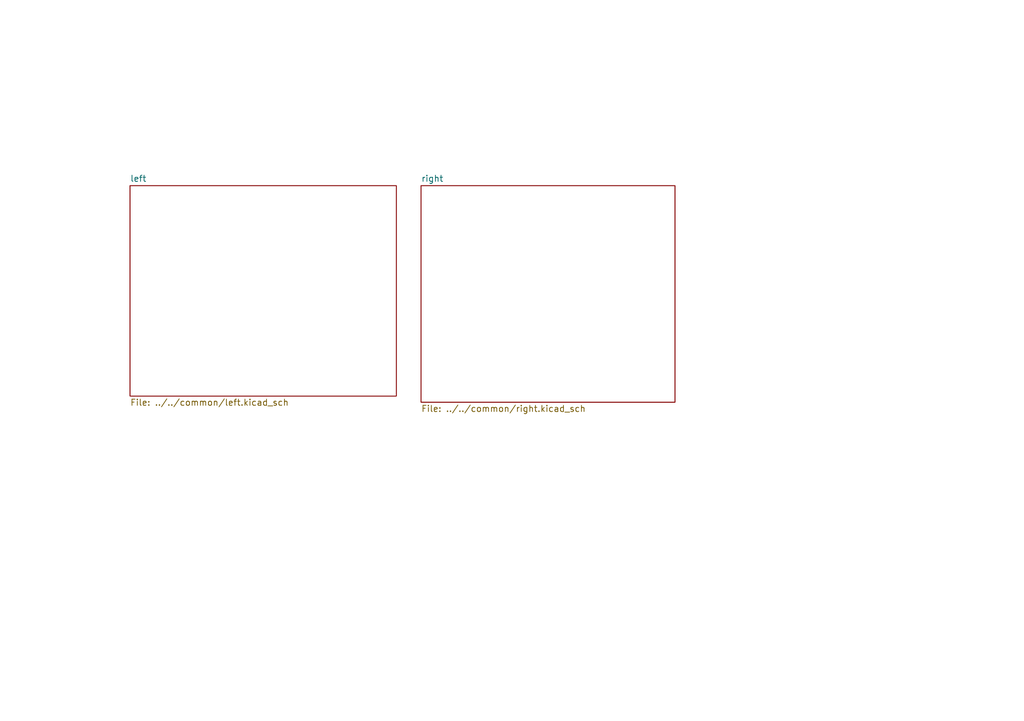
<source format=kicad_sch>
(kicad_sch
	(version 20231120)
	(generator "eeschema")
	(generator_version "8.0")
	(uuid "4cc5d416-57f5-4147-8183-e03ae6b1198a")
	(paper "A5")
	(title_block
		(title "Corne")
		(date "2023-09-23")
		(rev "4.0.0")
		(company "foostan")
	)
	(lib_symbols)
	(sheet
		(at 26.67 38.1)
		(size 54.61 43.18)
		(fields_autoplaced yes)
		(stroke
			(width 0.1524)
			(type solid)
		)
		(fill
			(color 0 0 0 0.0000)
		)
		(uuid "089db7cd-2934-428b-a62a-55e0735649ba")
		(property "Sheetname" "left"
			(at 26.67 37.3884 0)
			(effects
				(font
					(size 1.27 1.27)
				)
				(justify left bottom)
			)
		)
		(property "Sheetfile" "../../common/left.kicad_sch"
			(at 26.67 81.8646 0)
			(effects
				(font
					(size 1.27 1.27)
				)
				(justify left top)
			)
		)
		(instances
			(project "corne-chocolate"
				(path "/4cc5d416-57f5-4147-8183-e03ae6b1198a"
					(page "2")
				)
			)
		)
	)
	(sheet
		(at 86.36 38.1)
		(size 52.07 44.45)
		(fields_autoplaced yes)
		(stroke
			(width 0.1524)
			(type solid)
		)
		(fill
			(color 0 0 0 0.0000)
		)
		(uuid "50d96a5e-3d25-4129-9495-15388c76587f")
		(property "Sheetname" "right"
			(at 86.36 37.3884 0)
			(effects
				(font
					(size 1.27 1.27)
				)
				(justify left bottom)
			)
		)
		(property "Sheetfile" "../../common/right.kicad_sch"
			(at 86.36 83.1346 0)
			(effects
				(font
					(size 1.27 1.27)
				)
				(justify left top)
			)
		)
		(instances
			(project "corne-chocolate"
				(path "/4cc5d416-57f5-4147-8183-e03ae6b1198a"
					(page "3")
				)
			)
		)
	)
	(sheet_instances
		(path "/"
			(page "1")
		)
	)
)
</source>
